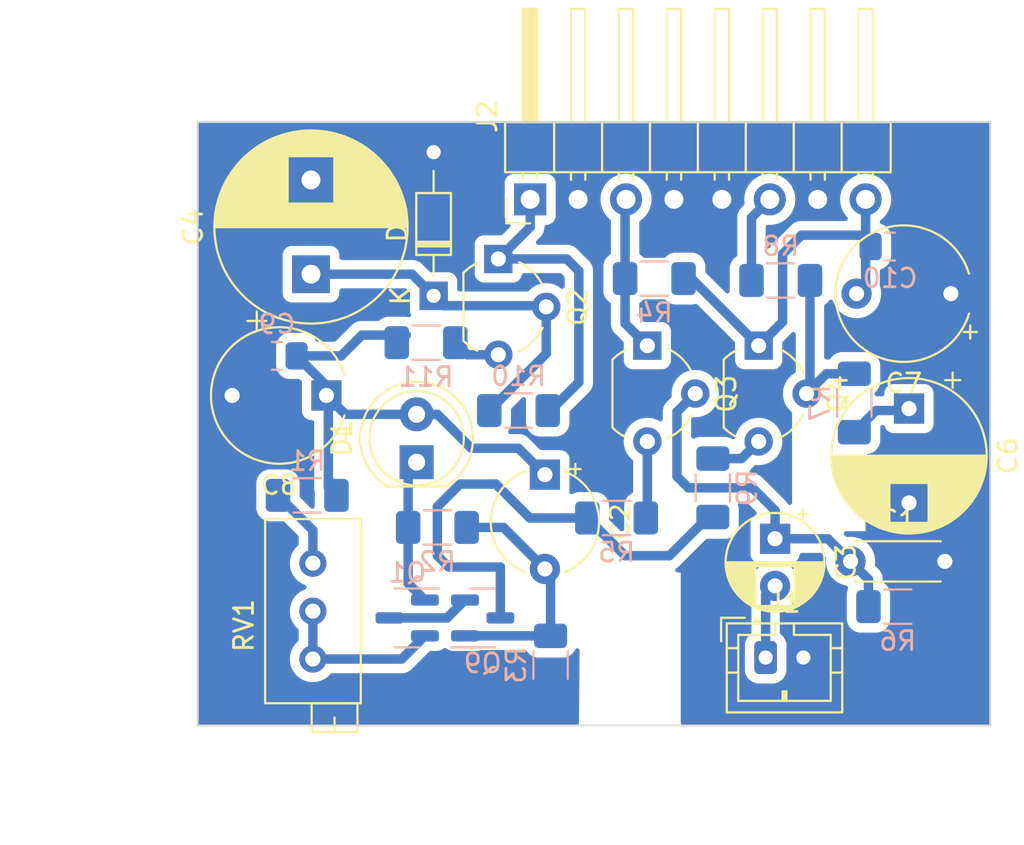
<source format=kicad_pcb>
(kicad_pcb (version 20221018) (generator pcbnew)
  (layers (0 "F.Cu" signal) (31 "B.Cu" signal) (34 "B.Paste" user) (35 "F.Paste" user) (36 "B.SilkS" user "B.Silkscreen") (37 "F.SilkS" user "F.Silkscreen") (38 "B.Mask" user) (39 "F.Mask" user) (44 "Edge.Cuts" user))
  (net 0 "")
  (net 1 "Net-(Q3-B)")
  (net 2 "GND")
  (net 3 "Net-(D1-A)")
  (net 4 "Net-(J1-Pin_1)")
  (net 5 "Net-(J2-Pin_8)")
  (net 6 "Net-(C6-Pad1)")
  (net 7 "Net-(D1-K)")
  (net 8 "Net-(J2-Pin_3)")
  (net 9 "Net-(J2-Pin_6)")
  (net 10 "Net-(Q1-C)")
  (net 11 "Net-(Q1-E)")
  (net 12 "Net-(Q4-B)")
  (net 13 "Net-(Q9-B)")
  (net 14 "Net-(Q2-E)")
  (net 15 "Net-(Q3-E)")
  (net 16 "Net-(D2-K)")
  (net 17 "Net-(J2-Pin_1)")
  (net 18 "Net-(Q4-E)")
  (net 19 "Net-(Q9-C)")
  (net 20 "Net-(R1-Pad2)")
  (footprint "Potentiometer_THT:Potentiometer_Bourns_3296X_Horizontal" (layer "F.Cu") (at 117.1 92.4 90)
    (fp_text reference "RV1" (at -3.3 -3.66 90) (layer "F.SilkS"))
    (fp_text value "1k")
    (pad "1" thru_hole circle (at 0 0 90) (size 1.44 1.44) (drill 0.8) (layers "*.Cu" "*.Mask") (net 20 "Net-(R1-Pad2)"))
    (pad "2" thru_hole circle (at -2.54 0 90) (size 1.44 1.44) (drill 0.8) (layers "*.Cu" "*.Mask") (net 11 "Net-(Q1-E)"))
    (pad "3" thru_hole circle (at -5.08 0 90) (size 1.44 1.44) (drill 0.8) (layers "*.Cu" "*.Mask") (net 11 "Net-(Q1-E)"))
  )
  (footprint "Connector_PinHeader_2.54mm:PinHeader_1x08_P2.54mm_Horizontal" (layer "F.Cu") (at 128.62 73.1 90)
    (fp_text reference "J2" (at 4.385 -2.27 90) (layer "F.SilkS"))
    (fp_text value "Conn_01x08")
    (pad "1" thru_hole rect (at 0 0 90) (size 1.7 1.7) (drill 1) (layers "*.Cu" "*.Mask") (net 17 "Net-(J2-Pin_1)"))
    (pad "2" thru_hole oval (at 0 2.54 90) (size 1.7 1.7) (drill 1) (layers "*.Cu" "*.Mask") (net 2 "GND"))
    (pad "3" thru_hole oval (at 0 5.08 90) (size 1.7 1.7) (drill 1) (layers "*.Cu" "*.Mask") (net 8 "Net-(J2-Pin_3)"))
    (pad "4" thru_hole oval (at 0 7.62 90) (size 1.7 1.7) (drill 1) (layers "*.Cu" "*.Mask") (net 2 "GND"))
    (pad "5" thru_hole oval (at 0 10.16 90) (size 1.7 1.7) (drill 1) (layers "*.Cu" "*.Mask") (net 2 "GND"))
    (pad "6" thru_hole oval (at 0 12.7 90) (size 1.7 1.7) (drill 1) (layers "*.Cu" "*.Mask") (net 9 "Net-(J2-Pin_6)"))
    (pad "7" thru_hole oval (at 0 15.24 90) (size 1.7 1.7) (drill 1) (layers "*.Cu" "*.Mask") (net 2 "GND"))
    (pad "8" thru_hole oval (at 0 17.78 90) (size 1.7 1.7) (drill 1) (layers "*.Cu" "*.Mask") (net 5 "Net-(J2-Pin_8)"))
  )
  (footprint "Package_TO_SOT_THT:TO-92_Wide" (layer "F.Cu") (at 126.93 76.26 -90)
    (fp_text reference "Q2" (at 2.55 -4.19 90) (layer "F.SilkS"))
    (fp_text value "BC237")
    (pad "1" thru_hole rect (at 0 0 270) (size 1.5 1.5) (drill 0.8) (layers "*.Cu" "*.Mask") (net 17 "Net-(J2-Pin_1)"))
    (pad "2" thru_hole circle (at 2.54 -2.54 270) (size 1.5 1.5) (drill 0.8) (layers "*.Cu" "*.Mask") (net 16 "Net-(D2-K)"))
    (pad "3" thru_hole circle (at 5.08 0 270) (size 1.5 1.5) (drill 0.8) (layers "*.Cu" "*.Mask") (net 14 "Net-(Q2-E)"))
  )
  (footprint "LED_THT:LED_D5.0mm" (layer "F.Cu") (at 122.6 87.04 90)
    (fp_text reference "D1" (at 1.27 -3.96 90) (layer "F.SilkS"))
    (fp_text value "LED_Small")
    (pad "1" thru_hole rect (at 0 0 90) (size 1.8 1.8) (drill 0.9) (layers "*.Cu" "*.Mask") (net 7 "Net-(D1-K)"))
    (pad "2" thru_hole circle (at 2.54 0 90) (size 1.8 1.8) (drill 0.9) (layers "*.Cu" "*.Mask") (net 3 "Net-(D1-A)"))
  )
  (footprint "Capacitor_THT:CP_Radial_D5.0mm_P2.50mm" (layer "F.Cu") (at 141.6 91.1 -90)
    (fp_text reference "C3" (at 1.25 -3.75 90) (layer "F.SilkS"))
    (fp_text value "2u2/16V")
    (pad "1" thru_hole rect (at 0 0 270) (size 1.6 1.6) (drill 0.8) (layers "*.Cu" "*.Mask") (net 1 "Net-(Q3-B)"))
    (pad "2" thru_hole circle (at 2.5 0 270) (size 1.6 1.6) (drill 0.8) (layers "*.Cu" "*.Mask") (net 4 "Net-(J1-Pin_1)"))
  )
  (footprint "Package_TO_SOT_THT:TO-92_Wide" (layer "F.Cu") (at 140.73 80.86 -90)
    (fp_text reference "Q4" (at 2.55 -4.19 90) (layer "F.SilkS"))
    (fp_text value "BC560C")
    (pad "1" thru_hole rect (at 0 0 270) (size 1.5 1.5) (drill 0.8) (layers "*.Cu" "*.Mask") (net 5 "Net-(J2-Pin_8)"))
    (pad "2" thru_hole circle (at 2.54 -2.54 270) (size 1.5 1.5) (drill 0.8) (layers "*.Cu" "*.Mask") (net 12 "Net-(Q4-B)"))
    (pad "3" thru_hole circle (at 5.08 0 270) (size 1.5 1.5) (drill 0.8) (layers "*.Cu" "*.Mask") (net 18 "Net-(Q4-E)"))
  )
  (footprint "Connector_JST:JST_PH_B2B-PH-K_1x02_P2.00mm_Vertical" (layer "F.Cu") (at 141.1 97.4)
    (fp_text reference "J1" (at 1 -2.9) (layer "F.SilkS"))
    (fp_text value "Conn_01x02")
    (pad "1" thru_hole roundrect (at 0 0) (size 1.2 1.75) (drill 0.75) (layers "*.Cu" "*.Mask") (roundrect_rratio 0.208333) (net 4 "Net-(J1-Pin_1)"))
    (pad "2" thru_hole oval (at 2 0) (size 1.2 1.75) (drill 0.75) (layers "*.Cu" "*.Mask") (net 2 "GND"))
  )
  (footprint "Capacitor_THT:CP_Radial_Tantal_D7.0mm_P5.00mm" (layer "F.Cu") (at 117.820139 83.5 180)
    (fp_text reference "C8" (at 2.5 -4.75) (layer "F.SilkS"))
    (fp_text value "47u/35V")
    (pad "1" thru_hole rect (at 0 0 180) (size 1.6 1.6) (drill 0.8) (layers "*.Cu" "*.Mask") (net 3 "Net-(D1-A)"))
    (pad "2" thru_hole circle (at 5 0 180) (size 1.6 1.6) (drill 0.8) (layers "*.Cu" "*.Mask") (net 2 "GND"))
  )
  (footprint "Capacitor_THT:CP_Radial_D10.0mm_P5.00mm" (layer "F.Cu") (at 117 77.067677 90)
    (fp_text reference "C4" (at 2.5 -6.25 90) (layer "F.SilkS"))
    (fp_text value "220u/35V")
    (pad "1" thru_hole rect (at 0 0 90) (size 2 2) (drill 1) (layers "*.Cu" "*.Mask") (net 16 "Net-(D2-K)"))
    (pad "2" thru_hole circle (at 5 0 90) (size 2 2) (drill 1) (layers "*.Cu" "*.Mask") (net 2 "GND"))
  )
  (footprint "Package_TO_SOT_THT:TO-92_Wide" (layer "F.Cu") (at 134.83 80.86 -90)
    (fp_text reference "Q3" (at 2.55 -4.19 90) (layer "F.SilkS"))
    (fp_text value "BC560C")
    (pad "1" thru_hole rect (at 0 0 270) (size 1.5 1.5) (drill 0.8) (layers "*.Cu" "*.Mask") (net 8 "Net-(J2-Pin_3)"))
    (pad "2" thru_hole circle (at 2.54 -2.54 270) (size 1.5 1.5) (drill 0.8) (layers "*.Cu" "*.Mask") (net 1 "Net-(Q3-B)"))
    (pad "3" thru_hole circle (at 5.08 0 270) (size 1.5 1.5) (drill 0.8) (layers "*.Cu" "*.Mask") (net 15 "Net-(Q3-E)"))
  )
  (footprint "Diode_THT:D_DO-34_SOD68_P7.62mm_Horizontal" (layer "F.Cu") (at 123.5 78.215 90)
    (fp_text reference "D2" (at 3.81 -1.92 90) (layer "F.SilkS"))
    (fp_text value "27V")
    (fp_text user "K" (at 0 -1.75 90) (layer "F.SilkS"))
    (pad "1" thru_hole rect (at 0 0 90) (size 1.5 1.5) (drill 0.75) (layers "*.Cu" "*.Mask") (net 16 "Net-(D2-K)"))
    (pad "2" thru_hole oval (at 7.62 0 90) (size 1.5 1.5) (drill 0.75) (layers "*.Cu" "*.Mask") (net 2 "GND"))
  )
  (footprint "Capacitor_THT:CP_Radial_D8.0mm_P5.00mm" (layer "F.Cu") (at 148.7 84.197349 -90)
    (fp_text reference "C6" (at 2.5 -5.25 -90) (layer "F.SilkS"))
    (fp_text value "47u/25V")
    (pad "1" thru_hole rect (at 0 0 270) (size 1.6 1.6) (drill 0.8) (layers "*.Cu" "*.Mask") (net 6 "Net-(C6-Pad1)"))
    (pad "2" thru_hole circle (at 5 0 270) (size 1.6 1.6) (drill 0.8) (layers "*.Cu" "*.Mask") (net 2 "GND"))
  )
  (footprint "Capacitor_THT:CP_Radial_Tantal_D7.0mm_P5.00mm" (layer "F.Cu") (at 150.920139 78.1 180)
    (fp_text reference "C7" (at 2.5 -4.75) (layer "F.SilkS"))
    (fp_text value "47u/35V")
    (pad "1" thru_hole rect (at 0 0 180) (size 1.6 1.6) (drill 0.8) (layers "*.Cu" "*.Mask") (net 2 "GND"))
    (pad "2" thru_hole circle (at 5 0 180) (size 1.6 1.6) (drill 0.8) (layers "*.Cu" "*.Mask") (net 5 "Net-(J2-Pin_8)"))
  )
  (footprint "Capacitor_THT:CP_Radial_Tantal_D5.5mm_P5.00mm" (layer "F.Cu") (at 129.4 87.7 -90)
    (fp_text reference "C2" (at 2.5 -4 90) (layer "F.SilkS"))
    (fp_text value "33u/25V")
    (pad "1" thru_hole rect (at 0 0 270) (size 1.6 1.6) (drill 0.8) (layers "*.Cu" "*.Mask") (net 3 "Net-(D1-A)"))
    (pad "2" thru_hole circle (at 5 0 270) (size 1.6 1.6) (drill 0.8) (layers "*.Cu" "*.Mask") (net 13 "Net-(Q9-B)"))
  )
  (footprint "Capacitor_THT:C_Disc_D4.3mm_W1.9mm_P5.00mm" (layer "F.Cu") (at 145.6 92.3)
    (fp_text reference "C1" (at 2.5 -2.2) (layer "F.SilkS"))
    (fp_text value "330p")
    (pad "1" thru_hole circle (at 0 0) (size 1.6 1.6) (drill 0.8) (layers "*.Cu" "*.Mask") (net 1 "Net-(Q3-B)"))
    (pad "2" thru_hole circle (at 5 0) (size 1.6 1.6) (drill 0.8) (layers "*.Cu" "*.Mask") (net 2 "GND"))
  )
  (footprint "Resistor_SMD:R_1206_3216Metric_Pad1.30x1.75mm_HandSolder" (layer "B.Cu") (at 148.1 94.7)
    (fp_text reference "R6" (at 0 1.82) (layer "B.SilkS") (effects (justify mirror)))
    (fp_text value "68k")
    (pad "1" smd roundrect (at -1.55 0) (size 1.3 1.75) (layers "B.Cu" "B.Paste" "B.Mask") (roundrect_rratio 0.192308) (net 1 "Net-(Q3-B)"))
    (pad "2" smd roundrect (at 1.55 0) (size 1.3 1.75) (layers "B.Cu" "B.Paste" "B.Mask") (roundrect_rratio 0.192308) (net 2 "GND"))
  )
  (footprint "Resistor_SMD:R_1206_3216Metric_Pad1.30x1.75mm_HandSolder" (layer "B.Cu") (at 138.3 88.4 90)
    (fp_text reference "R9" (at 0 1.82 90) (layer "B.SilkS") (effects (justify mirror)))
    (fp_text value "220")
    (pad "1" smd roundrect (at -1.55 0 90) (size 1.3 1.75) (layers "B.Cu" "B.Paste" "B.Mask") (roundrect_rratio 0.192308) (net 19 "Net-(Q9-C)"))
    (pad "2" smd roundrect (at 1.55 0 90) (size 1.3 1.75) (layers "B.Cu" "B.Paste" "B.Mask") (roundrect_rratio 0.192308) (net 18 "Net-(Q4-E)"))
  )
  (footprint "Resistor_SMD:R_1206_3216Metric_Pad1.30x1.75mm_HandSolder" (layer "B.Cu") (at 128 84.3 180)
    (fp_text reference "R10" (at 0 1.82) (layer "B.SilkS") (effects (justify mirror)))
    (fp_text value "390")
    (pad "1" smd roundrect (at -1.55 0 180) (size 1.3 1.75) (layers "B.Cu" "B.Paste" "B.Mask") (roundrect_rratio 0.192308) (net 17 "Net-(J2-Pin_1)"))
    (pad "2" smd roundrect (at 1.55 0 180) (size 1.3 1.75) (layers "B.Cu" "B.Paste" "B.Mask") (roundrect_rratio 0.192308) (net 16 "Net-(D2-K)"))
  )
  (footprint "Capacitor_SMD:C_0805_2012Metric_Pad1.18x1.45mm_HandSolder" (layer "B.Cu") (at 147.7 75.6)
    (fp_text reference "C10" (at 0 1.68) (layer "B.SilkS") (effects (justify mirror)))
    (fp_text value "100n")
    (pad "1" smd roundrect (at -1.0375 0) (size 1.175 1.45) (layers "B.Cu" "B.Paste" "B.Mask") (roundrect_rratio 0.212766) (net 5 "Net-(J2-Pin_8)"))
    (pad "2" smd roundrect (at 1.0375 0) (size 1.175 1.45) (layers "B.Cu" "B.Paste" "B.Mask") (roundrect_rratio 0.212766) (net 2 "GND"))
  )
  (footprint "Resistor_SMD:R_1206_3216Metric_Pad1.30x1.75mm_HandSolder" (layer "B.Cu") (at 123.1 80.7)
    (fp_text reference "R11" (at 0 1.82) (layer "B.SilkS") (effects (justify mirror)))
    (fp_text value "4.7")
    (pad "1" smd roundrect (at -1.55 0) (size 1.3 1.75) (layers "B.Cu" "B.Paste" "B.Mask") (roundrect_rratio 0.192308) (net 3 "Net-(D1-A)"))
    (pad "2" smd roundrect (at 1.55 0) (size 1.3 1.75) (layers "B.Cu" "B.Paste" "B.Mask") (roundrect_rratio 0.192308) (net 14 "Net-(Q2-E)"))
  )
  (footprint "Capacitor_SMD:C_0805_2012Metric_Pad1.18x1.45mm_HandSolder" (layer "B.Cu") (at 115.2 81.4 180)
    (fp_text reference "C9" (at 0 1.68) (layer "B.SilkS") (effects (justify mirror)))
    (fp_text value "100n")
    (pad "1" smd roundrect (at -1.0375 0 180) (size 1.175 1.45) (layers "B.Cu" "B.Paste" "B.Mask") (roundrect_rratio 0.212766) (net 3 "Net-(D1-A)"))
    (pad "2" smd roundrect (at 1.0375 0 180) (size 1.175 1.45) (layers "B.Cu" "B.Paste" "B.Mask") (roundrect_rratio 0.212766) (net 2 "GND"))
  )
  (footprint "Package_TO_SOT_SMD:SOT-23" (layer "B.Cu") (at 126.1 95.3)
    (fp_text reference "Q9" (at 0 2.4) (layer "B.SilkS") (effects (justify mirror)))
    (fp_text value "BC858")
    (pad "1" smd roundrect (at -0.9375 0.95) (size 1.475 0.6) (layers "B.Cu" "B.Paste" "B.Mask") (net 13 "Net-(Q9-B)"))
    (pad "2" smd roundrect (at -0.9375 -0.95) (size 1.475 0.6) (layers "B.Cu" "B.Paste" "B.Mask") (net 10 "Net-(Q1-C)"))
    (pad "3" smd roundrect (at 0.9375 0) (size 1.475 0.6) (layers "B.Cu" "B.Paste" "B.Mask") (net 19 "Net-(Q9-C)"))
  )
  (footprint "Resistor_SMD:R_1206_3216Metric_Pad1.30x1.75mm_HandSolder" (layer "B.Cu") (at 133.2 90)
    (fp_text reference "R5" (at 0 1.82) (layer "B.SilkS") (effects (justify mirror)))
    (fp_text value "220")
    (pad "1" smd roundrect (at -1.55 0) (size 1.3 1.75) (layers "B.Cu" "B.Paste" "B.Mask") (roundrect_rratio 0.192308) (net 19 "Net-(Q9-C)"))
    (pad "2" smd roundrect (at 1.55 0) (size 1.3 1.75) (layers "B.Cu" "B.Paste" "B.Mask") (roundrect_rratio 0.192308) (net 15 "Net-(Q3-E)"))
  )
  (footprint "Resistor_SMD:R_1206_3216Metric_Pad1.30x1.75mm_HandSolder" (layer "B.Cu") (at 123.7 90.5)
    (fp_text reference "R2" (at 0 1.82) (layer "B.SilkS") (effects (justify mirror)))
    (fp_text value "470")
    (pad "1" smd roundrect (at -1.55 0) (size 1.3 1.75) (layers "B.Cu" "B.Paste" "B.Mask") (roundrect_rratio 0.192308) (net 7 "Net-(D1-K)"))
    (pad "2" smd roundrect (at 1.55 0) (size 1.3 1.75) (layers "B.Cu" "B.Paste" "B.Mask") (roundrect_rratio 0.192308) (net 13 "Net-(Q9-B)"))
  )
  (footprint "Resistor_SMD:R_1206_3216Metric_Pad1.30x1.75mm_HandSolder" (layer "B.Cu") (at 129.7 97.8 -90)
    (fp_text reference "R3" (at 0 1.82 90) (layer "B.SilkS") (effects (justify mirror)))
    (fp_text value "10k")
    (pad "1" smd roundrect (at -1.55 0 270) (size 1.3 1.75) (layers "B.Cu" "B.Paste" "B.Mask") (roundrect_rratio 0.192308) (net 13 "Net-(Q9-B)"))
    (pad "2" smd roundrect (at 1.55 0 270) (size 1.3 1.75) (layers "B.Cu" "B.Paste" "B.Mask") (roundrect_rratio 0.192308) (net 2 "GND"))
  )
  (footprint "Resistor_SMD:R_1206_3216Metric_Pad1.30x1.75mm_HandSolder" (layer "B.Cu") (at 145.8 83.9 -90)
    (fp_text reference "R7" (at 0 1.82 90) (layer "B.SilkS") (effects (justify mirror)))
    (fp_text value "1k2")
    (pad "1" smd roundrect (at -1.55 0 270) (size 1.3 1.75) (layers "B.Cu" "B.Paste" "B.Mask") (roundrect_rratio 0.192308) (net 12 "Net-(Q4-B)"))
    (pad "2" smd roundrect (at 1.55 0 270) (size 1.3 1.75) (layers "B.Cu" "B.Paste" "B.Mask") (roundrect_rratio 0.192308) (net 6 "Net-(C6-Pad1)"))
  )
  (footprint "Resistor_SMD:R_1206_3216Metric_Pad1.30x1.75mm_HandSolder" (layer "B.Cu") (at 141.9 77.4 180)
    (fp_text reference "R8" (at 0 1.82) (layer "B.SilkS") (effects (justify mirror)))
    (fp_text value "68k")
    (pad "1" smd roundrect (at -1.55 0 180) (size 1.3 1.75) (layers "B.Cu" "B.Paste" "B.Mask") (roundrect_rratio 0.192308) (net 12 "Net-(Q4-B)"))
    (pad "2" smd roundrect (at 1.55 0 180) (size 1.3 1.75) (layers "B.Cu" "B.Paste" "B.Mask") (roundrect_rratio 0.192308) (net 9 "Net-(J2-Pin_6)"))
  )
  (footprint "Resistor_SMD:R_1206_3216Metric_Pad1.30x1.75mm_HandSolder" (layer "B.Cu") (at 135.2 77.3)
    (fp_text reference "R4" (at 0 1.82) (layer "B.SilkS") (effects (justify mirror)))
    (fp_text value "620")
    (pad "1" smd roundrect (at -1.55 0) (size 1.3 1.75) (layers "B.Cu" "B.Paste" "B.Mask") (roundrect_rratio 0.192308) (net 8 "Net-(J2-Pin_3)"))
    (pad "2" smd roundrect (at 1.55 0) (size 1.3 1.75) (layers "B.Cu" "B.Paste" "B.Mask") (roundrect_rratio 0.192308) (net 5 "Net-(J2-Pin_8)"))
  )
  (footprint "Resistor_SMD:R_1206_3216Metric_Pad1.30x1.75mm_HandSolder" (layer "B.Cu") (at 116.8 88.8 180)
    (fp_text reference "R1" (at 0 1.82) (layer "B.SilkS") (effects (justify mirror)))
    (fp_text value "510")
    (pad "1" smd roundrect (at -1.55 0 180) (size 1.3 1.75) (layers "B.Cu" "B.Paste" "B.Mask") (roundrect_rratio 0.192308) (net 3 "Net-(D1-A)"))
    (pad "2" smd roundrect (at 1.55 0 180) (size 1.3 1.75) (layers "B.Cu" "B.Paste" "B.Mask") (roundrect_rratio 0.192308) (net 20 "Net-(R1-Pad2)"))
  )
  (footprint "Package_TO_SOT_SMD:SOT-23" (layer "B.Cu") (at 122.1 95.3 180)
    (fp_text reference "Q1" (at 0 2.4) (layer "B.SilkS") (effects (justify mirror)))
    (fp_text value "BC858")
    (pad "1" smd roundrect (at -0.9375 0.95 180) (size 1.475 0.6) (layers "B.Cu" "B.Paste" "B.Mask") (net 7 "Net-(D1-K)"))
    (pad "2" smd roundrect (at -0.9375 -0.95 180) (size 1.475 0.6) (layers "B.Cu" "B.Paste" "B.Mask") (net 11 "Net-(Q1-E)"))
    (pad "3" smd roundrect (at 0.9375 0 180) (size 1.475 0.6) (layers "B.Cu" "B.Paste" "B.Mask") (net 10 "Net-(Q1-C)"))
  )
  (gr_rect (start 111 69) (end 153 101) (stroke (width 0.1)) (fill none) (layer "Edge.Cuts"))
  (segment (start 136.4 87.8) (end 137 88.4) (width 0.5) (layer "B.Cu") (net 1))
  (segment (start 136.4 84.37) (end 136.4 87.8) (width 0.5) (layer "B.Cu") (net 1))
  (segment (start 146.55 94.7) (end 146.55 93.25) (width 0.5) (layer "B.Cu") (net 1))
  (segment (start 137.37 83.4) (end 136.4 84.37) (width 0.5) (layer "B.Cu") (net 1))
  (segment (start 141.6 89.6) (end 141.6 91.1) (width 0.5) (layer "B.Cu") (net 1))
  (segment (start 137 88.4) (end 140.4 88.4) (width 0.5) (layer "B.Cu") (net 1))
  (segment (start 140.4 88.4) (end 141.6 89.6) (width 0.5) (layer "B.Cu") (net 1))
  (segment (start 146.55 93.25) (end 144.4 91.1) (width 0.5) (layer "B.Cu") (net 1))
  (segment (start 144.4 91.1) (end 141.6 91.1) (width 0.5) (layer "B.Cu") (net 1))
  (segment (start 118.820139 84.5) (end 123.7 84.5) (width 0.5) (layer "B.Cu") (net 3))
  (segment (start 118.6 81.4) (end 119.7 80.3) (width 0.5) (layer "B.Cu") (net 3))
  (segment (start 117.920139 85.9) (end 117.920139 88.370139) (width 0.5) (layer "B.Cu") (net 3))
  (segment (start 117.920139 86.379861) (end 117.920139 83.082639) (width 0.5) (layer "B.Cu") (net 3))
  (segment (start 123.7 84.5) (end 125.5 86.3) (width 0.5) (layer "B.Cu") (net 3))
  (segment (start 116.2375 81.4) (end 118.6 81.4) (width 0.5) (layer "B.Cu") (net 3))
  (segment (start 117.920139 83.082639) (end 116.2375 81.4) (width 0.5) (layer "B.Cu") (net 3))
  (segment (start 128 86.3) (end 129.4 87.7) (width 0.5) (layer "B.Cu") (net 3))
  (segment (start 117.920139 88.370139) (end 118.35 88.8) (width 0.5) (layer "B.Cu") (net 3))
  (segment (start 125.5 86.3) (end 128 86.3) (width 0.5) (layer "B.Cu") (net 3))
  (segment (start 117.820139 83.5) (end 118.820139 84.5) (width 0.5) (layer "B.Cu") (net 3))
  (segment (start 119.7 80.3) (end 122.05 80.3) (width 0.5) (layer "B.Cu") (net 3))
  (segment (start 141.1 97.4) (end 141.1 94.1) (width 0.5) (layer "B.Cu") (net 4))
  (segment (start 141.1 94.1) (end 141.6 93.6) (width 0.5) (layer "B.Cu") (net 4))
  (segment (start 142 76) (end 142 79.59) (width 0.5) (layer "B.Cu") (net 5))
  (segment (start 143 75) (end 142 76) (width 0.5) (layer "B.Cu") (net 5))
  (segment (start 146.4 73.1) (end 146.4 75) (width 0.5) (layer "B.Cu") (net 5))
  (segment (start 142 79.59) (end 140.73 80.86) (width 0.5) (layer "B.Cu") (net 5))
  (segment (start 137.17 77.3) (end 140.73 80.86) (width 0.5) (layer "B.Cu") (net 5))
  (segment (start 136.75 77.3) (end 137.17 77.3) (width 0.5) (layer "B.Cu") (net 5))
  (segment (start 146.4 75) (end 143 75) (width 0.5) (layer "B.Cu") (net 5))
  (segment (start 146.4 77.620139) (end 145.920139 78.1) (width 0.5) (layer "B.Cu") (net 5))
  (segment (start 146.4 75) (end 146.4 77.620139) (width 0.5) (layer "B.Cu") (net 5))
  (segment (start 146.95 84.3) (end 148.6 84.3) (width 0.5) (layer "B.Cu") (net 6))
  (segment (start 145.8 85.45) (end 146.95 84.3) (width 0.5) (layer "B.Cu") (net 6))
  (segment (start 122.15 87.49) (end 122.6 87.04) (width 0.5) (layer "B.Cu") (net 7))
  (segment (start 122.15 90.5) (end 122.15 93.4625) (width 0.5) (layer "B.Cu") (net 7))
  (segment (start 122.15 90.5) (end 122.15 87.49) (width 0.5) (layer "B.Cu") (net 7))
  (segment (start 122.15 93.4625) (end 123.0375 94.35) (width 0.5) (layer "B.Cu") (net 7))
  (segment (start 133.65 77.3) (end 133.65 73.15) (width 0.5) (layer "B.Cu") (net 8))
  (segment (start 133.65 79.68) (end 134.83 80.86) (width 0.5) (layer "B.Cu") (net 8))
  (segment (start 133.65 77.3) (end 133.65 79.68) (width 0.5) (layer "B.Cu") (net 8))
  (segment (start 133.65 73.15) (end 133.7 73.1) (width 0.5) (layer "B.Cu") (net 8))
  (segment (start 140.35 77.4) (end 140.35 74.07) (width 0.5) (layer "B.Cu") (net 9))
  (segment (start 140.35 74.07) (end 141.32 73.1) (width 0.5) (layer "B.Cu") (net 9))
  (segment (start 124.2125 95.3) (end 125.1625 94.35) (width 0.5) (layer "B.Cu") (net 10))
  (segment (start 121.1625 95.3) (end 124.2125 95.3) (width 0.5) (layer "B.Cu") (net 10))
  (segment (start 121.8075 97.48) (end 123.0375 96.25) (width 0.5) (layer "B.Cu") (net 11))
  (segment (start 117.1 97.48) (end 117.1 94.94) (width 0.5) (layer "B.Cu") (net 11))
  (segment (start 117.1 97.48) (end 121.8075 97.48) (width 0.5) (layer "B.Cu") (net 11))
  (segment (start 145.8 82.35) (end 144.32 82.35) (width 0.5) (layer "B.Cu") (net 12))
  (segment (start 143.45 83.22) (end 143.27 83.4) (width 0.5) (layer "B.Cu") (net 12))
  (segment (start 144.32 82.35) (end 143.27 83.4) (width 0.5) (layer "B.Cu") (net 12))
  (segment (start 143.45 77.4) (end 143.45 83.22) (width 0.5) (layer "B.Cu") (net 12))
  (segment (start 143.27 83.4) (end 143.27 83.72) (width 0.5) (layer "B.Cu") (net 12))
  (segment (start 129.7 96.25) (end 129.7 93) (width 0.5) (layer "B.Cu") (net 13))
  (segment (start 127.2 90.5) (end 129.4 92.7) (width 0.5) (layer "B.Cu") (net 13))
  (segment (start 125.25 90.5) (end 127.2 90.5) (width 0.5) (layer "B.Cu") (net 13))
  (segment (start 129.7 93) (end 129.4 92.7) (width 0.5) (layer "B.Cu") (net 13))
  (segment (start 125.1625 96.25) (end 129.7 96.25) (width 0.5) (layer "B.Cu") (net 13))
  (segment (start 124.65 80.7) (end 125.29 81.34) (width 0.5) (layer "B.Cu") (net 14))
  (segment (start 125.29 81.34) (end 126.93 81.34) (width 0.5) (layer "B.Cu") (net 14))
  (segment (start 134.75 90) (end 134.83 89.92) (width 0.5) (layer "B.Cu") (net 15))
  (segment (start 134.83 89.92) (end 134.83 85.94) (width 0.5) (layer "B.Cu") (net 15))
  (segment (start 117 77.067677) (end 122.352677 77.067677) (width 0.5) (layer "B.Cu") (net 16))
  (segment (start 122.352677 77.067677) (end 124.025 78.74) (width 0.5) (layer "B.Cu") (net 16))
  (segment (start 124.025 78.74) (end 129.41 78.74) (width 0.5) (layer "B.Cu") (net 16))
  (segment (start 129.41 78.74) (end 129.47 78.8) (width 0.5) (layer "B.Cu") (net 16))
  (segment (start 129.47 81.28) (end 126.45 84.3) (width 0.5) (layer "B.Cu") (net 16))
  (segment (start 129.47 78.8) (end 129.47 81.28) (width 0.5) (layer "B.Cu") (net 16))
  (segment (start 131.2 76.9) (end 130.56 76.26) (width 0.5) (layer "B.Cu") (net 17))
  (segment (start 129.7 84.3) (end 131.2 82.8) (width 0.5) (layer "B.Cu") (net 17))
  (segment (start 131.2 82.8) (end 131.2 76.9) (width 0.5) (layer "B.Cu") (net 17))
  (segment (start 128.62 73.1) (end 128.62 74.57) (width 0.5) (layer "B.Cu") (net 17))
  (segment (start 130.56 76.26) (end 126.93 76.26) (width 0.5) (layer "B.Cu") (net 17))
  (segment (start 129.55 84.3) (end 129.7 84.3) (width 0.5) (layer "B.Cu") (net 17))
  (segment (start 128.62 74.57) (end 126.93 76.26) (width 0.5) (layer "B.Cu") (net 17))
  (segment (start 138.3 86.85) (end 139.82 86.85) (width 0.5) (layer "B.Cu") (net 18))
  (segment (start 139.82 86.85) (end 140.73 85.94) (width 0.5) (layer "B.Cu") (net 18))
  (segment (start 123.7 92) (end 123.7 89.4) (width 0.5) (layer "B.Cu") (net 19))
  (segment (start 124.9 88.2) (end 126.8 88.2) (width 0.5) (layer "B.Cu") (net 19))
  (segment (start 126.8 88.2) (end 128.6 90) (width 0.5) (layer "B.Cu") (net 19))
  (segment (start 127.0375 92.6) (end 124.3 92.6) (width 0.5) (layer "B.Cu") (net 19))
  (segment (start 127.0375 95.3) (end 127.0375 92.6) (width 0.5) (layer "B.Cu") (net 19))
  (segment (start 128.6 90) (end 131.65 90) (width 0.5) (layer "B.Cu") (net 19))
  (segment (start 123.7 89.4) (end 124.9 88.2) (width 0.5) (layer "B.Cu") (net 19))
  (segment (start 124.3 92.6) (end 123.7 92) (width 0.5) (layer "B.Cu") (net 19))
  (segment (start 131.55 89.9) (end 133.65 92) (width 0.5) (layer "B.Cu") (net 19))
  (segment (start 133.65 92) (end 136 92) (width 0.5) (layer "B.Cu") (net 19))
  (segment (start 136 92) (end 138.05 89.95) (width 0.5) (layer "B.Cu") (net 19))
  (segment (start 138.05 89.95) (end 138.3 89.95) (width 0.5) (layer "B.Cu") (net 19))
  (segment (start 117.1 90.65) (end 115.25 88.8) (width 0.5) (layer "B.Cu") (net 20))
  (segment (start 117.1 92.4) (end 117.1 90.65) (width 0.5) (layer "B.Cu") (net 20))
  (zone (net 0) (net_name "") (layer "B.Cu") (connect_pads yes (clearance 0)) (min_thickness 0.25)
    (keepout (tracks not_allowed) (vias not_allowed) (pads not_allowed) (copperpour not_allowed) (footprints allowed))
    (fill (thermal_gap 0.5) (thermal_bridge_width 0.5))
    (polygon (pts (xy 134.5 76.2) (xy 135.9 76.2) (xy 135.9 78.4) (xy 134.5 78.4)))
  )
  (zone (net 0) (net_name "") (layer "B.Cu") (connect_pads yes (clearance 0)) (min_thickness 0.25)
    (keepout (tracks allowed) (vias allowed) (pads allowed) (copperpour not_allowed) (footprints allowed))
    (fill (thermal_gap 0.5) (thermal_bridge_width 0.5))
    (polygon (pts (xy 142.5 84.4) (xy 146.4 84.4) (xy 146.4 90.7) (xy 142.7 90.7) (xy 142.5 90)))
  )
  (zone (net 0) (net_name "") (layer "B.Cu") (connect_pads yes (clearance 0)) (min_thickness 0.25)
    (keepout (tracks not_allowed) (vias not_allowed) (pads not_allowed) (copperpour not_allowed) (footprints allowed))
    (fill (thermal_gap 0.5) (thermal_bridge_width 0.5))
    (polygon (pts (xy 131.3 91.4) (xy 133.8 92.7) (xy 136.6 92.9) (xy 136.6 101.1) (xy 131.2 101.1)))
  )
  (zone (net 2) (net_name "GND") (layer "B.Cu") (connect_pads yes (clearance 0.5)) (min_thickness 0.25) (fill yes (thermal_gap 0.5) (thermal_bridge_width 0.5) (smoothing chamfer))
    (polygon (pts (xy 110.1 68.1) (xy 154.6 68.1) (xy 154.6 102.1) (xy 110 102.1)))
  )
)
</source>
